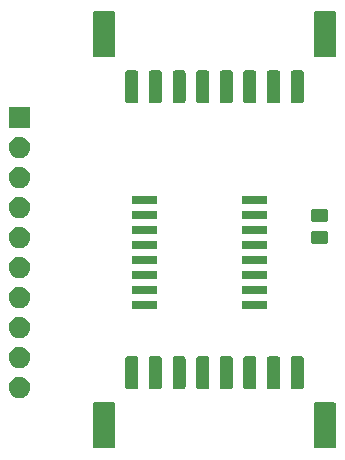
<source format=gbr>
G04 #@! TF.GenerationSoftware,KiCad,Pcbnew,5.1.5-52549c5~84~ubuntu18.04.1*
G04 #@! TF.CreationDate,2019-12-04T11:12:13-07:00*
G04 #@! TF.ProjectId,relay-shift,72656c61-792d-4736-9869-66742e6b6963,rev?*
G04 #@! TF.SameCoordinates,Original*
G04 #@! TF.FileFunction,Soldermask,Top*
G04 #@! TF.FilePolarity,Negative*
%FSLAX46Y46*%
G04 Gerber Fmt 4.6, Leading zero omitted, Abs format (unit mm)*
G04 Created by KiCad (PCBNEW 5.1.5-52549c5~84~ubuntu18.04.1) date 2019-12-04 11:12:13*
%MOMM*%
%LPD*%
G04 APERTURE LIST*
%ADD10C,0.100000*%
G04 APERTURE END LIST*
D10*
G36*
X168910915Y-88902934D02*
G01*
X168943424Y-88912795D01*
X168973382Y-88928809D01*
X168999641Y-88950359D01*
X169021191Y-88976618D01*
X169037205Y-89006576D01*
X169047066Y-89039085D01*
X169051000Y-89079029D01*
X169051000Y-92620971D01*
X169047066Y-92660915D01*
X169037205Y-92693424D01*
X169021191Y-92723382D01*
X168999641Y-92749641D01*
X168973382Y-92771191D01*
X168943424Y-92787205D01*
X168910915Y-92797066D01*
X168870971Y-92801000D01*
X167329029Y-92801000D01*
X167289085Y-92797066D01*
X167256576Y-92787205D01*
X167226618Y-92771191D01*
X167200359Y-92749641D01*
X167178809Y-92723382D01*
X167162795Y-92693424D01*
X167152934Y-92660915D01*
X167149000Y-92620971D01*
X167149000Y-89079029D01*
X167152934Y-89039085D01*
X167162795Y-89006576D01*
X167178809Y-88976618D01*
X167200359Y-88950359D01*
X167226618Y-88928809D01*
X167256576Y-88912795D01*
X167289085Y-88902934D01*
X167329029Y-88899000D01*
X168870971Y-88899000D01*
X168910915Y-88902934D01*
G37*
G36*
X150210915Y-88902934D02*
G01*
X150243424Y-88912795D01*
X150273382Y-88928809D01*
X150299641Y-88950359D01*
X150321191Y-88976618D01*
X150337205Y-89006576D01*
X150347066Y-89039085D01*
X150351000Y-89079029D01*
X150351000Y-92620971D01*
X150347066Y-92660915D01*
X150337205Y-92693424D01*
X150321191Y-92723382D01*
X150299641Y-92749641D01*
X150273382Y-92771191D01*
X150243424Y-92787205D01*
X150210915Y-92797066D01*
X150170971Y-92801000D01*
X148629029Y-92801000D01*
X148589085Y-92797066D01*
X148556576Y-92787205D01*
X148526618Y-92771191D01*
X148500359Y-92749641D01*
X148478809Y-92723382D01*
X148462795Y-92693424D01*
X148452934Y-92660915D01*
X148449000Y-92620971D01*
X148449000Y-89079029D01*
X148452934Y-89039085D01*
X148462795Y-89006576D01*
X148478809Y-88976618D01*
X148500359Y-88950359D01*
X148526618Y-88928809D01*
X148556576Y-88912795D01*
X148589085Y-88902934D01*
X148629029Y-88899000D01*
X150170971Y-88899000D01*
X150210915Y-88902934D01*
G37*
G36*
X142353512Y-86733927D02*
G01*
X142502812Y-86763624D01*
X142666784Y-86831544D01*
X142814354Y-86930147D01*
X142939853Y-87055646D01*
X143038456Y-87203216D01*
X143106376Y-87367188D01*
X143141000Y-87541259D01*
X143141000Y-87718741D01*
X143106376Y-87892812D01*
X143038456Y-88056784D01*
X142939853Y-88204354D01*
X142814354Y-88329853D01*
X142666784Y-88428456D01*
X142502812Y-88496376D01*
X142353512Y-88526073D01*
X142328742Y-88531000D01*
X142151258Y-88531000D01*
X142126488Y-88526073D01*
X141977188Y-88496376D01*
X141813216Y-88428456D01*
X141665646Y-88329853D01*
X141540147Y-88204354D01*
X141441544Y-88056784D01*
X141373624Y-87892812D01*
X141339000Y-87718741D01*
X141339000Y-87541259D01*
X141373624Y-87367188D01*
X141441544Y-87203216D01*
X141540147Y-87055646D01*
X141665646Y-86930147D01*
X141813216Y-86831544D01*
X141977188Y-86763624D01*
X142126488Y-86733927D01*
X142151258Y-86729000D01*
X142328742Y-86729000D01*
X142353512Y-86733927D01*
G37*
G36*
X160129434Y-85003686D02*
G01*
X160169284Y-85015774D01*
X160205999Y-85035399D01*
X160238186Y-85061814D01*
X160264601Y-85094001D01*
X160284226Y-85130716D01*
X160296314Y-85170566D01*
X160301000Y-85218141D01*
X160301000Y-87581859D01*
X160296314Y-87629434D01*
X160284226Y-87669284D01*
X160264601Y-87705999D01*
X160238186Y-87738186D01*
X160205999Y-87764601D01*
X160169284Y-87784226D01*
X160129434Y-87796314D01*
X160081859Y-87801000D01*
X159418141Y-87801000D01*
X159370566Y-87796314D01*
X159330716Y-87784226D01*
X159294001Y-87764601D01*
X159261814Y-87738186D01*
X159235399Y-87705999D01*
X159215774Y-87669284D01*
X159203686Y-87629434D01*
X159199000Y-87581859D01*
X159199000Y-85218141D01*
X159203686Y-85170566D01*
X159215774Y-85130716D01*
X159235399Y-85094001D01*
X159261814Y-85061814D01*
X159294001Y-85035399D01*
X159330716Y-85015774D01*
X159370566Y-85003686D01*
X159418141Y-84999000D01*
X160081859Y-84999000D01*
X160129434Y-85003686D01*
G37*
G36*
X166129434Y-85003686D02*
G01*
X166169284Y-85015774D01*
X166205999Y-85035399D01*
X166238186Y-85061814D01*
X166264601Y-85094001D01*
X166284226Y-85130716D01*
X166296314Y-85170566D01*
X166301000Y-85218141D01*
X166301000Y-87581859D01*
X166296314Y-87629434D01*
X166284226Y-87669284D01*
X166264601Y-87705999D01*
X166238186Y-87738186D01*
X166205999Y-87764601D01*
X166169284Y-87784226D01*
X166129434Y-87796314D01*
X166081859Y-87801000D01*
X165418141Y-87801000D01*
X165370566Y-87796314D01*
X165330716Y-87784226D01*
X165294001Y-87764601D01*
X165261814Y-87738186D01*
X165235399Y-87705999D01*
X165215774Y-87669284D01*
X165203686Y-87629434D01*
X165199000Y-87581859D01*
X165199000Y-85218141D01*
X165203686Y-85170566D01*
X165215774Y-85130716D01*
X165235399Y-85094001D01*
X165261814Y-85061814D01*
X165294001Y-85035399D01*
X165330716Y-85015774D01*
X165370566Y-85003686D01*
X165418141Y-84999000D01*
X166081859Y-84999000D01*
X166129434Y-85003686D01*
G37*
G36*
X164129434Y-85003686D02*
G01*
X164169284Y-85015774D01*
X164205999Y-85035399D01*
X164238186Y-85061814D01*
X164264601Y-85094001D01*
X164284226Y-85130716D01*
X164296314Y-85170566D01*
X164301000Y-85218141D01*
X164301000Y-87581859D01*
X164296314Y-87629434D01*
X164284226Y-87669284D01*
X164264601Y-87705999D01*
X164238186Y-87738186D01*
X164205999Y-87764601D01*
X164169284Y-87784226D01*
X164129434Y-87796314D01*
X164081859Y-87801000D01*
X163418141Y-87801000D01*
X163370566Y-87796314D01*
X163330716Y-87784226D01*
X163294001Y-87764601D01*
X163261814Y-87738186D01*
X163235399Y-87705999D01*
X163215774Y-87669284D01*
X163203686Y-87629434D01*
X163199000Y-87581859D01*
X163199000Y-85218141D01*
X163203686Y-85170566D01*
X163215774Y-85130716D01*
X163235399Y-85094001D01*
X163261814Y-85061814D01*
X163294001Y-85035399D01*
X163330716Y-85015774D01*
X163370566Y-85003686D01*
X163418141Y-84999000D01*
X164081859Y-84999000D01*
X164129434Y-85003686D01*
G37*
G36*
X162129434Y-85003686D02*
G01*
X162169284Y-85015774D01*
X162205999Y-85035399D01*
X162238186Y-85061814D01*
X162264601Y-85094001D01*
X162284226Y-85130716D01*
X162296314Y-85170566D01*
X162301000Y-85218141D01*
X162301000Y-87581859D01*
X162296314Y-87629434D01*
X162284226Y-87669284D01*
X162264601Y-87705999D01*
X162238186Y-87738186D01*
X162205999Y-87764601D01*
X162169284Y-87784226D01*
X162129434Y-87796314D01*
X162081859Y-87801000D01*
X161418141Y-87801000D01*
X161370566Y-87796314D01*
X161330716Y-87784226D01*
X161294001Y-87764601D01*
X161261814Y-87738186D01*
X161235399Y-87705999D01*
X161215774Y-87669284D01*
X161203686Y-87629434D01*
X161199000Y-87581859D01*
X161199000Y-85218141D01*
X161203686Y-85170566D01*
X161215774Y-85130716D01*
X161235399Y-85094001D01*
X161261814Y-85061814D01*
X161294001Y-85035399D01*
X161330716Y-85015774D01*
X161370566Y-85003686D01*
X161418141Y-84999000D01*
X162081859Y-84999000D01*
X162129434Y-85003686D01*
G37*
G36*
X158129434Y-85003686D02*
G01*
X158169284Y-85015774D01*
X158205999Y-85035399D01*
X158238186Y-85061814D01*
X158264601Y-85094001D01*
X158284226Y-85130716D01*
X158296314Y-85170566D01*
X158301000Y-85218141D01*
X158301000Y-87581859D01*
X158296314Y-87629434D01*
X158284226Y-87669284D01*
X158264601Y-87705999D01*
X158238186Y-87738186D01*
X158205999Y-87764601D01*
X158169284Y-87784226D01*
X158129434Y-87796314D01*
X158081859Y-87801000D01*
X157418141Y-87801000D01*
X157370566Y-87796314D01*
X157330716Y-87784226D01*
X157294001Y-87764601D01*
X157261814Y-87738186D01*
X157235399Y-87705999D01*
X157215774Y-87669284D01*
X157203686Y-87629434D01*
X157199000Y-87581859D01*
X157199000Y-85218141D01*
X157203686Y-85170566D01*
X157215774Y-85130716D01*
X157235399Y-85094001D01*
X157261814Y-85061814D01*
X157294001Y-85035399D01*
X157330716Y-85015774D01*
X157370566Y-85003686D01*
X157418141Y-84999000D01*
X158081859Y-84999000D01*
X158129434Y-85003686D01*
G37*
G36*
X156129434Y-85003686D02*
G01*
X156169284Y-85015774D01*
X156205999Y-85035399D01*
X156238186Y-85061814D01*
X156264601Y-85094001D01*
X156284226Y-85130716D01*
X156296314Y-85170566D01*
X156301000Y-85218141D01*
X156301000Y-87581859D01*
X156296314Y-87629434D01*
X156284226Y-87669284D01*
X156264601Y-87705999D01*
X156238186Y-87738186D01*
X156205999Y-87764601D01*
X156169284Y-87784226D01*
X156129434Y-87796314D01*
X156081859Y-87801000D01*
X155418141Y-87801000D01*
X155370566Y-87796314D01*
X155330716Y-87784226D01*
X155294001Y-87764601D01*
X155261814Y-87738186D01*
X155235399Y-87705999D01*
X155215774Y-87669284D01*
X155203686Y-87629434D01*
X155199000Y-87581859D01*
X155199000Y-85218141D01*
X155203686Y-85170566D01*
X155215774Y-85130716D01*
X155235399Y-85094001D01*
X155261814Y-85061814D01*
X155294001Y-85035399D01*
X155330716Y-85015774D01*
X155370566Y-85003686D01*
X155418141Y-84999000D01*
X156081859Y-84999000D01*
X156129434Y-85003686D01*
G37*
G36*
X154129434Y-85003686D02*
G01*
X154169284Y-85015774D01*
X154205999Y-85035399D01*
X154238186Y-85061814D01*
X154264601Y-85094001D01*
X154284226Y-85130716D01*
X154296314Y-85170566D01*
X154301000Y-85218141D01*
X154301000Y-87581859D01*
X154296314Y-87629434D01*
X154284226Y-87669284D01*
X154264601Y-87705999D01*
X154238186Y-87738186D01*
X154205999Y-87764601D01*
X154169284Y-87784226D01*
X154129434Y-87796314D01*
X154081859Y-87801000D01*
X153418141Y-87801000D01*
X153370566Y-87796314D01*
X153330716Y-87784226D01*
X153294001Y-87764601D01*
X153261814Y-87738186D01*
X153235399Y-87705999D01*
X153215774Y-87669284D01*
X153203686Y-87629434D01*
X153199000Y-87581859D01*
X153199000Y-85218141D01*
X153203686Y-85170566D01*
X153215774Y-85130716D01*
X153235399Y-85094001D01*
X153261814Y-85061814D01*
X153294001Y-85035399D01*
X153330716Y-85015774D01*
X153370566Y-85003686D01*
X153418141Y-84999000D01*
X154081859Y-84999000D01*
X154129434Y-85003686D01*
G37*
G36*
X152129434Y-85003686D02*
G01*
X152169284Y-85015774D01*
X152205999Y-85035399D01*
X152238186Y-85061814D01*
X152264601Y-85094001D01*
X152284226Y-85130716D01*
X152296314Y-85170566D01*
X152301000Y-85218141D01*
X152301000Y-87581859D01*
X152296314Y-87629434D01*
X152284226Y-87669284D01*
X152264601Y-87705999D01*
X152238186Y-87738186D01*
X152205999Y-87764601D01*
X152169284Y-87784226D01*
X152129434Y-87796314D01*
X152081859Y-87801000D01*
X151418141Y-87801000D01*
X151370566Y-87796314D01*
X151330716Y-87784226D01*
X151294001Y-87764601D01*
X151261814Y-87738186D01*
X151235399Y-87705999D01*
X151215774Y-87669284D01*
X151203686Y-87629434D01*
X151199000Y-87581859D01*
X151199000Y-85218141D01*
X151203686Y-85170566D01*
X151215774Y-85130716D01*
X151235399Y-85094001D01*
X151261814Y-85061814D01*
X151294001Y-85035399D01*
X151330716Y-85015774D01*
X151370566Y-85003686D01*
X151418141Y-84999000D01*
X152081859Y-84999000D01*
X152129434Y-85003686D01*
G37*
G36*
X142353512Y-84193927D02*
G01*
X142502812Y-84223624D01*
X142666784Y-84291544D01*
X142814354Y-84390147D01*
X142939853Y-84515646D01*
X143038456Y-84663216D01*
X143106376Y-84827188D01*
X143141000Y-85001259D01*
X143141000Y-85178741D01*
X143106376Y-85352812D01*
X143038456Y-85516784D01*
X142939853Y-85664354D01*
X142814354Y-85789853D01*
X142666784Y-85888456D01*
X142502812Y-85956376D01*
X142353512Y-85986073D01*
X142328742Y-85991000D01*
X142151258Y-85991000D01*
X142126488Y-85986073D01*
X141977188Y-85956376D01*
X141813216Y-85888456D01*
X141665646Y-85789853D01*
X141540147Y-85664354D01*
X141441544Y-85516784D01*
X141373624Y-85352812D01*
X141339000Y-85178741D01*
X141339000Y-85001259D01*
X141373624Y-84827188D01*
X141441544Y-84663216D01*
X141540147Y-84515646D01*
X141665646Y-84390147D01*
X141813216Y-84291544D01*
X141977188Y-84223624D01*
X142126488Y-84193927D01*
X142151258Y-84189000D01*
X142328742Y-84189000D01*
X142353512Y-84193927D01*
G37*
G36*
X142353512Y-81653927D02*
G01*
X142502812Y-81683624D01*
X142666784Y-81751544D01*
X142814354Y-81850147D01*
X142939853Y-81975646D01*
X143038456Y-82123216D01*
X143106376Y-82287188D01*
X143141000Y-82461259D01*
X143141000Y-82638741D01*
X143106376Y-82812812D01*
X143038456Y-82976784D01*
X142939853Y-83124354D01*
X142814354Y-83249853D01*
X142666784Y-83348456D01*
X142502812Y-83416376D01*
X142353512Y-83446073D01*
X142328742Y-83451000D01*
X142151258Y-83451000D01*
X142126488Y-83446073D01*
X141977188Y-83416376D01*
X141813216Y-83348456D01*
X141665646Y-83249853D01*
X141540147Y-83124354D01*
X141441544Y-82976784D01*
X141373624Y-82812812D01*
X141339000Y-82638741D01*
X141339000Y-82461259D01*
X141373624Y-82287188D01*
X141441544Y-82123216D01*
X141540147Y-81975646D01*
X141665646Y-81850147D01*
X141813216Y-81751544D01*
X141977188Y-81683624D01*
X142126488Y-81653927D01*
X142151258Y-81649000D01*
X142328742Y-81649000D01*
X142353512Y-81653927D01*
G37*
G36*
X163114928Y-80296764D02*
G01*
X163136009Y-80303160D01*
X163155445Y-80313548D01*
X163172476Y-80327524D01*
X163186452Y-80344555D01*
X163196840Y-80363991D01*
X163203236Y-80385072D01*
X163206000Y-80413140D01*
X163206000Y-80876860D01*
X163203236Y-80904928D01*
X163196840Y-80926009D01*
X163186452Y-80945445D01*
X163172476Y-80962476D01*
X163155445Y-80976452D01*
X163136009Y-80986840D01*
X163114928Y-80993236D01*
X163086860Y-80996000D01*
X161173140Y-80996000D01*
X161145072Y-80993236D01*
X161123991Y-80986840D01*
X161104555Y-80976452D01*
X161087524Y-80962476D01*
X161073548Y-80945445D01*
X161063160Y-80926009D01*
X161056764Y-80904928D01*
X161054000Y-80876860D01*
X161054000Y-80413140D01*
X161056764Y-80385072D01*
X161063160Y-80363991D01*
X161073548Y-80344555D01*
X161087524Y-80327524D01*
X161104555Y-80313548D01*
X161123991Y-80303160D01*
X161145072Y-80296764D01*
X161173140Y-80294000D01*
X163086860Y-80294000D01*
X163114928Y-80296764D01*
G37*
G36*
X153814928Y-80296764D02*
G01*
X153836009Y-80303160D01*
X153855445Y-80313548D01*
X153872476Y-80327524D01*
X153886452Y-80344555D01*
X153896840Y-80363991D01*
X153903236Y-80385072D01*
X153906000Y-80413140D01*
X153906000Y-80876860D01*
X153903236Y-80904928D01*
X153896840Y-80926009D01*
X153886452Y-80945445D01*
X153872476Y-80962476D01*
X153855445Y-80976452D01*
X153836009Y-80986840D01*
X153814928Y-80993236D01*
X153786860Y-80996000D01*
X151873140Y-80996000D01*
X151845072Y-80993236D01*
X151823991Y-80986840D01*
X151804555Y-80976452D01*
X151787524Y-80962476D01*
X151773548Y-80945445D01*
X151763160Y-80926009D01*
X151756764Y-80904928D01*
X151754000Y-80876860D01*
X151754000Y-80413140D01*
X151756764Y-80385072D01*
X151763160Y-80363991D01*
X151773548Y-80344555D01*
X151787524Y-80327524D01*
X151804555Y-80313548D01*
X151823991Y-80303160D01*
X151845072Y-80296764D01*
X151873140Y-80294000D01*
X153786860Y-80294000D01*
X153814928Y-80296764D01*
G37*
G36*
X142353512Y-79113927D02*
G01*
X142502812Y-79143624D01*
X142666784Y-79211544D01*
X142814354Y-79310147D01*
X142939853Y-79435646D01*
X143038456Y-79583216D01*
X143106376Y-79747188D01*
X143141000Y-79921259D01*
X143141000Y-80098741D01*
X143106376Y-80272812D01*
X143038456Y-80436784D01*
X142939853Y-80584354D01*
X142814354Y-80709853D01*
X142666784Y-80808456D01*
X142502812Y-80876376D01*
X142359268Y-80904928D01*
X142328742Y-80911000D01*
X142151258Y-80911000D01*
X142120732Y-80904928D01*
X141977188Y-80876376D01*
X141813216Y-80808456D01*
X141665646Y-80709853D01*
X141540147Y-80584354D01*
X141441544Y-80436784D01*
X141373624Y-80272812D01*
X141339000Y-80098741D01*
X141339000Y-79921259D01*
X141373624Y-79747188D01*
X141441544Y-79583216D01*
X141540147Y-79435646D01*
X141665646Y-79310147D01*
X141813216Y-79211544D01*
X141977188Y-79143624D01*
X142126488Y-79113927D01*
X142151258Y-79109000D01*
X142328742Y-79109000D01*
X142353512Y-79113927D01*
G37*
G36*
X163114928Y-79026764D02*
G01*
X163136009Y-79033160D01*
X163155445Y-79043548D01*
X163172476Y-79057524D01*
X163186452Y-79074555D01*
X163196840Y-79093991D01*
X163203236Y-79115072D01*
X163206000Y-79143140D01*
X163206000Y-79606860D01*
X163203236Y-79634928D01*
X163196840Y-79656009D01*
X163186452Y-79675445D01*
X163172476Y-79692476D01*
X163155445Y-79706452D01*
X163136009Y-79716840D01*
X163114928Y-79723236D01*
X163086860Y-79726000D01*
X161173140Y-79726000D01*
X161145072Y-79723236D01*
X161123991Y-79716840D01*
X161104555Y-79706452D01*
X161087524Y-79692476D01*
X161073548Y-79675445D01*
X161063160Y-79656009D01*
X161056764Y-79634928D01*
X161054000Y-79606860D01*
X161054000Y-79143140D01*
X161056764Y-79115072D01*
X161063160Y-79093991D01*
X161073548Y-79074555D01*
X161087524Y-79057524D01*
X161104555Y-79043548D01*
X161123991Y-79033160D01*
X161145072Y-79026764D01*
X161173140Y-79024000D01*
X163086860Y-79024000D01*
X163114928Y-79026764D01*
G37*
G36*
X153814928Y-79026764D02*
G01*
X153836009Y-79033160D01*
X153855445Y-79043548D01*
X153872476Y-79057524D01*
X153886452Y-79074555D01*
X153896840Y-79093991D01*
X153903236Y-79115072D01*
X153906000Y-79143140D01*
X153906000Y-79606860D01*
X153903236Y-79634928D01*
X153896840Y-79656009D01*
X153886452Y-79675445D01*
X153872476Y-79692476D01*
X153855445Y-79706452D01*
X153836009Y-79716840D01*
X153814928Y-79723236D01*
X153786860Y-79726000D01*
X151873140Y-79726000D01*
X151845072Y-79723236D01*
X151823991Y-79716840D01*
X151804555Y-79706452D01*
X151787524Y-79692476D01*
X151773548Y-79675445D01*
X151763160Y-79656009D01*
X151756764Y-79634928D01*
X151754000Y-79606860D01*
X151754000Y-79143140D01*
X151756764Y-79115072D01*
X151763160Y-79093991D01*
X151773548Y-79074555D01*
X151787524Y-79057524D01*
X151804555Y-79043548D01*
X151823991Y-79033160D01*
X151845072Y-79026764D01*
X151873140Y-79024000D01*
X153786860Y-79024000D01*
X153814928Y-79026764D01*
G37*
G36*
X163114928Y-77756764D02*
G01*
X163136009Y-77763160D01*
X163155445Y-77773548D01*
X163172476Y-77787524D01*
X163186452Y-77804555D01*
X163196840Y-77823991D01*
X163203236Y-77845072D01*
X163206000Y-77873140D01*
X163206000Y-78336860D01*
X163203236Y-78364928D01*
X163196840Y-78386009D01*
X163186452Y-78405445D01*
X163172476Y-78422476D01*
X163155445Y-78436452D01*
X163136009Y-78446840D01*
X163114928Y-78453236D01*
X163086860Y-78456000D01*
X161173140Y-78456000D01*
X161145072Y-78453236D01*
X161123991Y-78446840D01*
X161104555Y-78436452D01*
X161087524Y-78422476D01*
X161073548Y-78405445D01*
X161063160Y-78386009D01*
X161056764Y-78364928D01*
X161054000Y-78336860D01*
X161054000Y-77873140D01*
X161056764Y-77845072D01*
X161063160Y-77823991D01*
X161073548Y-77804555D01*
X161087524Y-77787524D01*
X161104555Y-77773548D01*
X161123991Y-77763160D01*
X161145072Y-77756764D01*
X161173140Y-77754000D01*
X163086860Y-77754000D01*
X163114928Y-77756764D01*
G37*
G36*
X153814928Y-77756764D02*
G01*
X153836009Y-77763160D01*
X153855445Y-77773548D01*
X153872476Y-77787524D01*
X153886452Y-77804555D01*
X153896840Y-77823991D01*
X153903236Y-77845072D01*
X153906000Y-77873140D01*
X153906000Y-78336860D01*
X153903236Y-78364928D01*
X153896840Y-78386009D01*
X153886452Y-78405445D01*
X153872476Y-78422476D01*
X153855445Y-78436452D01*
X153836009Y-78446840D01*
X153814928Y-78453236D01*
X153786860Y-78456000D01*
X151873140Y-78456000D01*
X151845072Y-78453236D01*
X151823991Y-78446840D01*
X151804555Y-78436452D01*
X151787524Y-78422476D01*
X151773548Y-78405445D01*
X151763160Y-78386009D01*
X151756764Y-78364928D01*
X151754000Y-78336860D01*
X151754000Y-77873140D01*
X151756764Y-77845072D01*
X151763160Y-77823991D01*
X151773548Y-77804555D01*
X151787524Y-77787524D01*
X151804555Y-77773548D01*
X151823991Y-77763160D01*
X151845072Y-77756764D01*
X151873140Y-77754000D01*
X153786860Y-77754000D01*
X153814928Y-77756764D01*
G37*
G36*
X142353512Y-76573927D02*
G01*
X142502812Y-76603624D01*
X142666784Y-76671544D01*
X142814354Y-76770147D01*
X142939853Y-76895646D01*
X143038456Y-77043216D01*
X143106376Y-77207188D01*
X143141000Y-77381259D01*
X143141000Y-77558741D01*
X143106376Y-77732812D01*
X143038456Y-77896784D01*
X142939853Y-78044354D01*
X142814354Y-78169853D01*
X142666784Y-78268456D01*
X142502812Y-78336376D01*
X142359268Y-78364928D01*
X142328742Y-78371000D01*
X142151258Y-78371000D01*
X142120732Y-78364928D01*
X141977188Y-78336376D01*
X141813216Y-78268456D01*
X141665646Y-78169853D01*
X141540147Y-78044354D01*
X141441544Y-77896784D01*
X141373624Y-77732812D01*
X141339000Y-77558741D01*
X141339000Y-77381259D01*
X141373624Y-77207188D01*
X141441544Y-77043216D01*
X141540147Y-76895646D01*
X141665646Y-76770147D01*
X141813216Y-76671544D01*
X141977188Y-76603624D01*
X142126488Y-76573927D01*
X142151258Y-76569000D01*
X142328742Y-76569000D01*
X142353512Y-76573927D01*
G37*
G36*
X153814928Y-76486764D02*
G01*
X153836009Y-76493160D01*
X153855445Y-76503548D01*
X153872476Y-76517524D01*
X153886452Y-76534555D01*
X153896840Y-76553991D01*
X153903236Y-76575072D01*
X153906000Y-76603140D01*
X153906000Y-77066860D01*
X153903236Y-77094928D01*
X153896840Y-77116009D01*
X153886452Y-77135445D01*
X153872476Y-77152476D01*
X153855445Y-77166452D01*
X153836009Y-77176840D01*
X153814928Y-77183236D01*
X153786860Y-77186000D01*
X151873140Y-77186000D01*
X151845072Y-77183236D01*
X151823991Y-77176840D01*
X151804555Y-77166452D01*
X151787524Y-77152476D01*
X151773548Y-77135445D01*
X151763160Y-77116009D01*
X151756764Y-77094928D01*
X151754000Y-77066860D01*
X151754000Y-76603140D01*
X151756764Y-76575072D01*
X151763160Y-76553991D01*
X151773548Y-76534555D01*
X151787524Y-76517524D01*
X151804555Y-76503548D01*
X151823991Y-76493160D01*
X151845072Y-76486764D01*
X151873140Y-76484000D01*
X153786860Y-76484000D01*
X153814928Y-76486764D01*
G37*
G36*
X163114928Y-76486764D02*
G01*
X163136009Y-76493160D01*
X163155445Y-76503548D01*
X163172476Y-76517524D01*
X163186452Y-76534555D01*
X163196840Y-76553991D01*
X163203236Y-76575072D01*
X163206000Y-76603140D01*
X163206000Y-77066860D01*
X163203236Y-77094928D01*
X163196840Y-77116009D01*
X163186452Y-77135445D01*
X163172476Y-77152476D01*
X163155445Y-77166452D01*
X163136009Y-77176840D01*
X163114928Y-77183236D01*
X163086860Y-77186000D01*
X161173140Y-77186000D01*
X161145072Y-77183236D01*
X161123991Y-77176840D01*
X161104555Y-77166452D01*
X161087524Y-77152476D01*
X161073548Y-77135445D01*
X161063160Y-77116009D01*
X161056764Y-77094928D01*
X161054000Y-77066860D01*
X161054000Y-76603140D01*
X161056764Y-76575072D01*
X161063160Y-76553991D01*
X161073548Y-76534555D01*
X161087524Y-76517524D01*
X161104555Y-76503548D01*
X161123991Y-76493160D01*
X161145072Y-76486764D01*
X161173140Y-76484000D01*
X163086860Y-76484000D01*
X163114928Y-76486764D01*
G37*
G36*
X163114928Y-75216764D02*
G01*
X163136009Y-75223160D01*
X163155445Y-75233548D01*
X163172476Y-75247524D01*
X163186452Y-75264555D01*
X163196840Y-75283991D01*
X163203236Y-75305072D01*
X163206000Y-75333140D01*
X163206000Y-75796860D01*
X163203236Y-75824928D01*
X163196840Y-75846009D01*
X163186452Y-75865445D01*
X163172476Y-75882476D01*
X163155445Y-75896452D01*
X163136009Y-75906840D01*
X163114928Y-75913236D01*
X163086860Y-75916000D01*
X161173140Y-75916000D01*
X161145072Y-75913236D01*
X161123991Y-75906840D01*
X161104555Y-75896452D01*
X161087524Y-75882476D01*
X161073548Y-75865445D01*
X161063160Y-75846009D01*
X161056764Y-75824928D01*
X161054000Y-75796860D01*
X161054000Y-75333140D01*
X161056764Y-75305072D01*
X161063160Y-75283991D01*
X161073548Y-75264555D01*
X161087524Y-75247524D01*
X161104555Y-75233548D01*
X161123991Y-75223160D01*
X161145072Y-75216764D01*
X161173140Y-75214000D01*
X163086860Y-75214000D01*
X163114928Y-75216764D01*
G37*
G36*
X153814928Y-75216764D02*
G01*
X153836009Y-75223160D01*
X153855445Y-75233548D01*
X153872476Y-75247524D01*
X153886452Y-75264555D01*
X153896840Y-75283991D01*
X153903236Y-75305072D01*
X153906000Y-75333140D01*
X153906000Y-75796860D01*
X153903236Y-75824928D01*
X153896840Y-75846009D01*
X153886452Y-75865445D01*
X153872476Y-75882476D01*
X153855445Y-75896452D01*
X153836009Y-75906840D01*
X153814928Y-75913236D01*
X153786860Y-75916000D01*
X151873140Y-75916000D01*
X151845072Y-75913236D01*
X151823991Y-75906840D01*
X151804555Y-75896452D01*
X151787524Y-75882476D01*
X151773548Y-75865445D01*
X151763160Y-75846009D01*
X151756764Y-75824928D01*
X151754000Y-75796860D01*
X151754000Y-75333140D01*
X151756764Y-75305072D01*
X151763160Y-75283991D01*
X151773548Y-75264555D01*
X151787524Y-75247524D01*
X151804555Y-75233548D01*
X151823991Y-75223160D01*
X151845072Y-75216764D01*
X151873140Y-75214000D01*
X153786860Y-75214000D01*
X153814928Y-75216764D01*
G37*
G36*
X142353512Y-74033927D02*
G01*
X142502812Y-74063624D01*
X142666784Y-74131544D01*
X142814354Y-74230147D01*
X142939853Y-74355646D01*
X143038456Y-74503216D01*
X143106376Y-74667188D01*
X143141000Y-74841259D01*
X143141000Y-75018741D01*
X143106376Y-75192812D01*
X143038456Y-75356784D01*
X142939853Y-75504354D01*
X142814354Y-75629853D01*
X142666784Y-75728456D01*
X142502812Y-75796376D01*
X142359268Y-75824928D01*
X142328742Y-75831000D01*
X142151258Y-75831000D01*
X142120732Y-75824928D01*
X141977188Y-75796376D01*
X141813216Y-75728456D01*
X141665646Y-75629853D01*
X141540147Y-75504354D01*
X141441544Y-75356784D01*
X141373624Y-75192812D01*
X141339000Y-75018741D01*
X141339000Y-74841259D01*
X141373624Y-74667188D01*
X141441544Y-74503216D01*
X141540147Y-74355646D01*
X141665646Y-74230147D01*
X141813216Y-74131544D01*
X141977188Y-74063624D01*
X142126488Y-74033927D01*
X142151258Y-74029000D01*
X142328742Y-74029000D01*
X142353512Y-74033927D01*
G37*
G36*
X168224468Y-74396065D02*
G01*
X168263138Y-74407796D01*
X168298777Y-74426846D01*
X168330017Y-74452483D01*
X168355654Y-74483723D01*
X168374704Y-74519362D01*
X168386435Y-74558032D01*
X168391000Y-74604388D01*
X168391000Y-75255612D01*
X168386435Y-75301968D01*
X168374704Y-75340638D01*
X168355654Y-75376277D01*
X168330017Y-75407517D01*
X168298777Y-75433154D01*
X168263138Y-75452204D01*
X168224468Y-75463935D01*
X168178112Y-75468500D01*
X167101888Y-75468500D01*
X167055532Y-75463935D01*
X167016862Y-75452204D01*
X166981223Y-75433154D01*
X166949983Y-75407517D01*
X166924346Y-75376277D01*
X166905296Y-75340638D01*
X166893565Y-75301968D01*
X166889000Y-75255612D01*
X166889000Y-74604388D01*
X166893565Y-74558032D01*
X166905296Y-74519362D01*
X166924346Y-74483723D01*
X166949983Y-74452483D01*
X166981223Y-74426846D01*
X167016862Y-74407796D01*
X167055532Y-74396065D01*
X167101888Y-74391500D01*
X168178112Y-74391500D01*
X168224468Y-74396065D01*
G37*
G36*
X153814928Y-73946764D02*
G01*
X153836009Y-73953160D01*
X153855445Y-73963548D01*
X153872476Y-73977524D01*
X153886452Y-73994555D01*
X153896840Y-74013991D01*
X153903236Y-74035072D01*
X153906000Y-74063140D01*
X153906000Y-74526860D01*
X153903236Y-74554928D01*
X153896840Y-74576009D01*
X153886452Y-74595445D01*
X153872476Y-74612476D01*
X153855445Y-74626452D01*
X153836009Y-74636840D01*
X153814928Y-74643236D01*
X153786860Y-74646000D01*
X151873140Y-74646000D01*
X151845072Y-74643236D01*
X151823991Y-74636840D01*
X151804555Y-74626452D01*
X151787524Y-74612476D01*
X151773548Y-74595445D01*
X151763160Y-74576009D01*
X151756764Y-74554928D01*
X151754000Y-74526860D01*
X151754000Y-74063140D01*
X151756764Y-74035072D01*
X151763160Y-74013991D01*
X151773548Y-73994555D01*
X151787524Y-73977524D01*
X151804555Y-73963548D01*
X151823991Y-73953160D01*
X151845072Y-73946764D01*
X151873140Y-73944000D01*
X153786860Y-73944000D01*
X153814928Y-73946764D01*
G37*
G36*
X163114928Y-73946764D02*
G01*
X163136009Y-73953160D01*
X163155445Y-73963548D01*
X163172476Y-73977524D01*
X163186452Y-73994555D01*
X163196840Y-74013991D01*
X163203236Y-74035072D01*
X163206000Y-74063140D01*
X163206000Y-74526860D01*
X163203236Y-74554928D01*
X163196840Y-74576009D01*
X163186452Y-74595445D01*
X163172476Y-74612476D01*
X163155445Y-74626452D01*
X163136009Y-74636840D01*
X163114928Y-74643236D01*
X163086860Y-74646000D01*
X161173140Y-74646000D01*
X161145072Y-74643236D01*
X161123991Y-74636840D01*
X161104555Y-74626452D01*
X161087524Y-74612476D01*
X161073548Y-74595445D01*
X161063160Y-74576009D01*
X161056764Y-74554928D01*
X161054000Y-74526860D01*
X161054000Y-74063140D01*
X161056764Y-74035072D01*
X161063160Y-74013991D01*
X161073548Y-73994555D01*
X161087524Y-73977524D01*
X161104555Y-73963548D01*
X161123991Y-73953160D01*
X161145072Y-73946764D01*
X161173140Y-73944000D01*
X163086860Y-73944000D01*
X163114928Y-73946764D01*
G37*
G36*
X168224468Y-72521065D02*
G01*
X168263138Y-72532796D01*
X168298777Y-72551846D01*
X168330017Y-72577483D01*
X168355654Y-72608723D01*
X168374704Y-72644362D01*
X168386435Y-72683032D01*
X168391000Y-72729388D01*
X168391000Y-73380612D01*
X168386435Y-73426968D01*
X168374704Y-73465638D01*
X168355654Y-73501277D01*
X168330017Y-73532517D01*
X168298777Y-73558154D01*
X168263138Y-73577204D01*
X168224468Y-73588935D01*
X168178112Y-73593500D01*
X167101888Y-73593500D01*
X167055532Y-73588935D01*
X167016862Y-73577204D01*
X166981223Y-73558154D01*
X166949983Y-73532517D01*
X166924346Y-73501277D01*
X166905296Y-73465638D01*
X166893565Y-73426968D01*
X166889000Y-73380612D01*
X166889000Y-72729388D01*
X166893565Y-72683032D01*
X166905296Y-72644362D01*
X166924346Y-72608723D01*
X166949983Y-72577483D01*
X166981223Y-72551846D01*
X167016862Y-72532796D01*
X167055532Y-72521065D01*
X167101888Y-72516500D01*
X168178112Y-72516500D01*
X168224468Y-72521065D01*
G37*
G36*
X153814928Y-72676764D02*
G01*
X153836009Y-72683160D01*
X153855445Y-72693548D01*
X153872476Y-72707524D01*
X153886452Y-72724555D01*
X153896840Y-72743991D01*
X153903236Y-72765072D01*
X153906000Y-72793140D01*
X153906000Y-73256860D01*
X153903236Y-73284928D01*
X153896840Y-73306009D01*
X153886452Y-73325445D01*
X153872476Y-73342476D01*
X153855445Y-73356452D01*
X153836009Y-73366840D01*
X153814928Y-73373236D01*
X153786860Y-73376000D01*
X151873140Y-73376000D01*
X151845072Y-73373236D01*
X151823991Y-73366840D01*
X151804555Y-73356452D01*
X151787524Y-73342476D01*
X151773548Y-73325445D01*
X151763160Y-73306009D01*
X151756764Y-73284928D01*
X151754000Y-73256860D01*
X151754000Y-72793140D01*
X151756764Y-72765072D01*
X151763160Y-72743991D01*
X151773548Y-72724555D01*
X151787524Y-72707524D01*
X151804555Y-72693548D01*
X151823991Y-72683160D01*
X151845072Y-72676764D01*
X151873140Y-72674000D01*
X153786860Y-72674000D01*
X153814928Y-72676764D01*
G37*
G36*
X163114928Y-72676764D02*
G01*
X163136009Y-72683160D01*
X163155445Y-72693548D01*
X163172476Y-72707524D01*
X163186452Y-72724555D01*
X163196840Y-72743991D01*
X163203236Y-72765072D01*
X163206000Y-72793140D01*
X163206000Y-73256860D01*
X163203236Y-73284928D01*
X163196840Y-73306009D01*
X163186452Y-73325445D01*
X163172476Y-73342476D01*
X163155445Y-73356452D01*
X163136009Y-73366840D01*
X163114928Y-73373236D01*
X163086860Y-73376000D01*
X161173140Y-73376000D01*
X161145072Y-73373236D01*
X161123991Y-73366840D01*
X161104555Y-73356452D01*
X161087524Y-73342476D01*
X161073548Y-73325445D01*
X161063160Y-73306009D01*
X161056764Y-73284928D01*
X161054000Y-73256860D01*
X161054000Y-72793140D01*
X161056764Y-72765072D01*
X161063160Y-72743991D01*
X161073548Y-72724555D01*
X161087524Y-72707524D01*
X161104555Y-72693548D01*
X161123991Y-72683160D01*
X161145072Y-72676764D01*
X161173140Y-72674000D01*
X163086860Y-72674000D01*
X163114928Y-72676764D01*
G37*
G36*
X142353512Y-71493927D02*
G01*
X142502812Y-71523624D01*
X142666784Y-71591544D01*
X142814354Y-71690147D01*
X142939853Y-71815646D01*
X143038456Y-71963216D01*
X143106376Y-72127188D01*
X143141000Y-72301259D01*
X143141000Y-72478741D01*
X143106376Y-72652812D01*
X143038456Y-72816784D01*
X142939853Y-72964354D01*
X142814354Y-73089853D01*
X142666784Y-73188456D01*
X142502812Y-73256376D01*
X142359268Y-73284928D01*
X142328742Y-73291000D01*
X142151258Y-73291000D01*
X142120732Y-73284928D01*
X141977188Y-73256376D01*
X141813216Y-73188456D01*
X141665646Y-73089853D01*
X141540147Y-72964354D01*
X141441544Y-72816784D01*
X141373624Y-72652812D01*
X141339000Y-72478741D01*
X141339000Y-72301259D01*
X141373624Y-72127188D01*
X141441544Y-71963216D01*
X141540147Y-71815646D01*
X141665646Y-71690147D01*
X141813216Y-71591544D01*
X141977188Y-71523624D01*
X142126488Y-71493927D01*
X142151258Y-71489000D01*
X142328742Y-71489000D01*
X142353512Y-71493927D01*
G37*
G36*
X163114928Y-71406764D02*
G01*
X163136009Y-71413160D01*
X163155445Y-71423548D01*
X163172476Y-71437524D01*
X163186452Y-71454555D01*
X163196840Y-71473991D01*
X163203236Y-71495072D01*
X163206000Y-71523140D01*
X163206000Y-71986860D01*
X163203236Y-72014928D01*
X163196840Y-72036009D01*
X163186452Y-72055445D01*
X163172476Y-72072476D01*
X163155445Y-72086452D01*
X163136009Y-72096840D01*
X163114928Y-72103236D01*
X163086860Y-72106000D01*
X161173140Y-72106000D01*
X161145072Y-72103236D01*
X161123991Y-72096840D01*
X161104555Y-72086452D01*
X161087524Y-72072476D01*
X161073548Y-72055445D01*
X161063160Y-72036009D01*
X161056764Y-72014928D01*
X161054000Y-71986860D01*
X161054000Y-71523140D01*
X161056764Y-71495072D01*
X161063160Y-71473991D01*
X161073548Y-71454555D01*
X161087524Y-71437524D01*
X161104555Y-71423548D01*
X161123991Y-71413160D01*
X161145072Y-71406764D01*
X161173140Y-71404000D01*
X163086860Y-71404000D01*
X163114928Y-71406764D01*
G37*
G36*
X153814928Y-71406764D02*
G01*
X153836009Y-71413160D01*
X153855445Y-71423548D01*
X153872476Y-71437524D01*
X153886452Y-71454555D01*
X153896840Y-71473991D01*
X153903236Y-71495072D01*
X153906000Y-71523140D01*
X153906000Y-71986860D01*
X153903236Y-72014928D01*
X153896840Y-72036009D01*
X153886452Y-72055445D01*
X153872476Y-72072476D01*
X153855445Y-72086452D01*
X153836009Y-72096840D01*
X153814928Y-72103236D01*
X153786860Y-72106000D01*
X151873140Y-72106000D01*
X151845072Y-72103236D01*
X151823991Y-72096840D01*
X151804555Y-72086452D01*
X151787524Y-72072476D01*
X151773548Y-72055445D01*
X151763160Y-72036009D01*
X151756764Y-72014928D01*
X151754000Y-71986860D01*
X151754000Y-71523140D01*
X151756764Y-71495072D01*
X151763160Y-71473991D01*
X151773548Y-71454555D01*
X151787524Y-71437524D01*
X151804555Y-71423548D01*
X151823991Y-71413160D01*
X151845072Y-71406764D01*
X151873140Y-71404000D01*
X153786860Y-71404000D01*
X153814928Y-71406764D01*
G37*
G36*
X142353512Y-68953927D02*
G01*
X142502812Y-68983624D01*
X142666784Y-69051544D01*
X142814354Y-69150147D01*
X142939853Y-69275646D01*
X143038456Y-69423216D01*
X143106376Y-69587188D01*
X143141000Y-69761259D01*
X143141000Y-69938741D01*
X143106376Y-70112812D01*
X143038456Y-70276784D01*
X142939853Y-70424354D01*
X142814354Y-70549853D01*
X142666784Y-70648456D01*
X142502812Y-70716376D01*
X142353512Y-70746073D01*
X142328742Y-70751000D01*
X142151258Y-70751000D01*
X142126488Y-70746073D01*
X141977188Y-70716376D01*
X141813216Y-70648456D01*
X141665646Y-70549853D01*
X141540147Y-70424354D01*
X141441544Y-70276784D01*
X141373624Y-70112812D01*
X141339000Y-69938741D01*
X141339000Y-69761259D01*
X141373624Y-69587188D01*
X141441544Y-69423216D01*
X141540147Y-69275646D01*
X141665646Y-69150147D01*
X141813216Y-69051544D01*
X141977188Y-68983624D01*
X142126488Y-68953927D01*
X142151258Y-68949000D01*
X142328742Y-68949000D01*
X142353512Y-68953927D01*
G37*
G36*
X142353512Y-66413927D02*
G01*
X142502812Y-66443624D01*
X142666784Y-66511544D01*
X142814354Y-66610147D01*
X142939853Y-66735646D01*
X143038456Y-66883216D01*
X143106376Y-67047188D01*
X143141000Y-67221259D01*
X143141000Y-67398741D01*
X143106376Y-67572812D01*
X143038456Y-67736784D01*
X142939853Y-67884354D01*
X142814354Y-68009853D01*
X142666784Y-68108456D01*
X142502812Y-68176376D01*
X142353512Y-68206073D01*
X142328742Y-68211000D01*
X142151258Y-68211000D01*
X142126488Y-68206073D01*
X141977188Y-68176376D01*
X141813216Y-68108456D01*
X141665646Y-68009853D01*
X141540147Y-67884354D01*
X141441544Y-67736784D01*
X141373624Y-67572812D01*
X141339000Y-67398741D01*
X141339000Y-67221259D01*
X141373624Y-67047188D01*
X141441544Y-66883216D01*
X141540147Y-66735646D01*
X141665646Y-66610147D01*
X141813216Y-66511544D01*
X141977188Y-66443624D01*
X142126488Y-66413927D01*
X142151258Y-66409000D01*
X142328742Y-66409000D01*
X142353512Y-66413927D01*
G37*
G36*
X143141000Y-65671000D02*
G01*
X141339000Y-65671000D01*
X141339000Y-63869000D01*
X143141000Y-63869000D01*
X143141000Y-65671000D01*
G37*
G36*
X158129434Y-60793686D02*
G01*
X158169284Y-60805774D01*
X158205999Y-60825399D01*
X158238186Y-60851814D01*
X158264601Y-60884001D01*
X158284226Y-60920716D01*
X158296314Y-60960566D01*
X158301000Y-61008141D01*
X158301000Y-63371859D01*
X158296314Y-63419434D01*
X158284226Y-63459284D01*
X158264601Y-63495999D01*
X158238186Y-63528186D01*
X158205999Y-63554601D01*
X158169284Y-63574226D01*
X158129434Y-63586314D01*
X158081859Y-63591000D01*
X157418141Y-63591000D01*
X157370566Y-63586314D01*
X157330716Y-63574226D01*
X157294001Y-63554601D01*
X157261814Y-63528186D01*
X157235399Y-63495999D01*
X157215774Y-63459284D01*
X157203686Y-63419434D01*
X157199000Y-63371859D01*
X157199000Y-61008141D01*
X157203686Y-60960566D01*
X157215774Y-60920716D01*
X157235399Y-60884001D01*
X157261814Y-60851814D01*
X157294001Y-60825399D01*
X157330716Y-60805774D01*
X157370566Y-60793686D01*
X157418141Y-60789000D01*
X158081859Y-60789000D01*
X158129434Y-60793686D01*
G37*
G36*
X160129434Y-60793686D02*
G01*
X160169284Y-60805774D01*
X160205999Y-60825399D01*
X160238186Y-60851814D01*
X160264601Y-60884001D01*
X160284226Y-60920716D01*
X160296314Y-60960566D01*
X160301000Y-61008141D01*
X160301000Y-63371859D01*
X160296314Y-63419434D01*
X160284226Y-63459284D01*
X160264601Y-63495999D01*
X160238186Y-63528186D01*
X160205999Y-63554601D01*
X160169284Y-63574226D01*
X160129434Y-63586314D01*
X160081859Y-63591000D01*
X159418141Y-63591000D01*
X159370566Y-63586314D01*
X159330716Y-63574226D01*
X159294001Y-63554601D01*
X159261814Y-63528186D01*
X159235399Y-63495999D01*
X159215774Y-63459284D01*
X159203686Y-63419434D01*
X159199000Y-63371859D01*
X159199000Y-61008141D01*
X159203686Y-60960566D01*
X159215774Y-60920716D01*
X159235399Y-60884001D01*
X159261814Y-60851814D01*
X159294001Y-60825399D01*
X159330716Y-60805774D01*
X159370566Y-60793686D01*
X159418141Y-60789000D01*
X160081859Y-60789000D01*
X160129434Y-60793686D01*
G37*
G36*
X156129434Y-60793686D02*
G01*
X156169284Y-60805774D01*
X156205999Y-60825399D01*
X156238186Y-60851814D01*
X156264601Y-60884001D01*
X156284226Y-60920716D01*
X156296314Y-60960566D01*
X156301000Y-61008141D01*
X156301000Y-63371859D01*
X156296314Y-63419434D01*
X156284226Y-63459284D01*
X156264601Y-63495999D01*
X156238186Y-63528186D01*
X156205999Y-63554601D01*
X156169284Y-63574226D01*
X156129434Y-63586314D01*
X156081859Y-63591000D01*
X155418141Y-63591000D01*
X155370566Y-63586314D01*
X155330716Y-63574226D01*
X155294001Y-63554601D01*
X155261814Y-63528186D01*
X155235399Y-63495999D01*
X155215774Y-63459284D01*
X155203686Y-63419434D01*
X155199000Y-63371859D01*
X155199000Y-61008141D01*
X155203686Y-60960566D01*
X155215774Y-60920716D01*
X155235399Y-60884001D01*
X155261814Y-60851814D01*
X155294001Y-60825399D01*
X155330716Y-60805774D01*
X155370566Y-60793686D01*
X155418141Y-60789000D01*
X156081859Y-60789000D01*
X156129434Y-60793686D01*
G37*
G36*
X154129434Y-60793686D02*
G01*
X154169284Y-60805774D01*
X154205999Y-60825399D01*
X154238186Y-60851814D01*
X154264601Y-60884001D01*
X154284226Y-60920716D01*
X154296314Y-60960566D01*
X154301000Y-61008141D01*
X154301000Y-63371859D01*
X154296314Y-63419434D01*
X154284226Y-63459284D01*
X154264601Y-63495999D01*
X154238186Y-63528186D01*
X154205999Y-63554601D01*
X154169284Y-63574226D01*
X154129434Y-63586314D01*
X154081859Y-63591000D01*
X153418141Y-63591000D01*
X153370566Y-63586314D01*
X153330716Y-63574226D01*
X153294001Y-63554601D01*
X153261814Y-63528186D01*
X153235399Y-63495999D01*
X153215774Y-63459284D01*
X153203686Y-63419434D01*
X153199000Y-63371859D01*
X153199000Y-61008141D01*
X153203686Y-60960566D01*
X153215774Y-60920716D01*
X153235399Y-60884001D01*
X153261814Y-60851814D01*
X153294001Y-60825399D01*
X153330716Y-60805774D01*
X153370566Y-60793686D01*
X153418141Y-60789000D01*
X154081859Y-60789000D01*
X154129434Y-60793686D01*
G37*
G36*
X152129434Y-60793686D02*
G01*
X152169284Y-60805774D01*
X152205999Y-60825399D01*
X152238186Y-60851814D01*
X152264601Y-60884001D01*
X152284226Y-60920716D01*
X152296314Y-60960566D01*
X152301000Y-61008141D01*
X152301000Y-63371859D01*
X152296314Y-63419434D01*
X152284226Y-63459284D01*
X152264601Y-63495999D01*
X152238186Y-63528186D01*
X152205999Y-63554601D01*
X152169284Y-63574226D01*
X152129434Y-63586314D01*
X152081859Y-63591000D01*
X151418141Y-63591000D01*
X151370566Y-63586314D01*
X151330716Y-63574226D01*
X151294001Y-63554601D01*
X151261814Y-63528186D01*
X151235399Y-63495999D01*
X151215774Y-63459284D01*
X151203686Y-63419434D01*
X151199000Y-63371859D01*
X151199000Y-61008141D01*
X151203686Y-60960566D01*
X151215774Y-60920716D01*
X151235399Y-60884001D01*
X151261814Y-60851814D01*
X151294001Y-60825399D01*
X151330716Y-60805774D01*
X151370566Y-60793686D01*
X151418141Y-60789000D01*
X152081859Y-60789000D01*
X152129434Y-60793686D01*
G37*
G36*
X162129434Y-60793686D02*
G01*
X162169284Y-60805774D01*
X162205999Y-60825399D01*
X162238186Y-60851814D01*
X162264601Y-60884001D01*
X162284226Y-60920716D01*
X162296314Y-60960566D01*
X162301000Y-61008141D01*
X162301000Y-63371859D01*
X162296314Y-63419434D01*
X162284226Y-63459284D01*
X162264601Y-63495999D01*
X162238186Y-63528186D01*
X162205999Y-63554601D01*
X162169284Y-63574226D01*
X162129434Y-63586314D01*
X162081859Y-63591000D01*
X161418141Y-63591000D01*
X161370566Y-63586314D01*
X161330716Y-63574226D01*
X161294001Y-63554601D01*
X161261814Y-63528186D01*
X161235399Y-63495999D01*
X161215774Y-63459284D01*
X161203686Y-63419434D01*
X161199000Y-63371859D01*
X161199000Y-61008141D01*
X161203686Y-60960566D01*
X161215774Y-60920716D01*
X161235399Y-60884001D01*
X161261814Y-60851814D01*
X161294001Y-60825399D01*
X161330716Y-60805774D01*
X161370566Y-60793686D01*
X161418141Y-60789000D01*
X162081859Y-60789000D01*
X162129434Y-60793686D01*
G37*
G36*
X164129434Y-60793686D02*
G01*
X164169284Y-60805774D01*
X164205999Y-60825399D01*
X164238186Y-60851814D01*
X164264601Y-60884001D01*
X164284226Y-60920716D01*
X164296314Y-60960566D01*
X164301000Y-61008141D01*
X164301000Y-63371859D01*
X164296314Y-63419434D01*
X164284226Y-63459284D01*
X164264601Y-63495999D01*
X164238186Y-63528186D01*
X164205999Y-63554601D01*
X164169284Y-63574226D01*
X164129434Y-63586314D01*
X164081859Y-63591000D01*
X163418141Y-63591000D01*
X163370566Y-63586314D01*
X163330716Y-63574226D01*
X163294001Y-63554601D01*
X163261814Y-63528186D01*
X163235399Y-63495999D01*
X163215774Y-63459284D01*
X163203686Y-63419434D01*
X163199000Y-63371859D01*
X163199000Y-61008141D01*
X163203686Y-60960566D01*
X163215774Y-60920716D01*
X163235399Y-60884001D01*
X163261814Y-60851814D01*
X163294001Y-60825399D01*
X163330716Y-60805774D01*
X163370566Y-60793686D01*
X163418141Y-60789000D01*
X164081859Y-60789000D01*
X164129434Y-60793686D01*
G37*
G36*
X166129434Y-60793686D02*
G01*
X166169284Y-60805774D01*
X166205999Y-60825399D01*
X166238186Y-60851814D01*
X166264601Y-60884001D01*
X166284226Y-60920716D01*
X166296314Y-60960566D01*
X166301000Y-61008141D01*
X166301000Y-63371859D01*
X166296314Y-63419434D01*
X166284226Y-63459284D01*
X166264601Y-63495999D01*
X166238186Y-63528186D01*
X166205999Y-63554601D01*
X166169284Y-63574226D01*
X166129434Y-63586314D01*
X166081859Y-63591000D01*
X165418141Y-63591000D01*
X165370566Y-63586314D01*
X165330716Y-63574226D01*
X165294001Y-63554601D01*
X165261814Y-63528186D01*
X165235399Y-63495999D01*
X165215774Y-63459284D01*
X165203686Y-63419434D01*
X165199000Y-63371859D01*
X165199000Y-61008141D01*
X165203686Y-60960566D01*
X165215774Y-60920716D01*
X165235399Y-60884001D01*
X165261814Y-60851814D01*
X165294001Y-60825399D01*
X165330716Y-60805774D01*
X165370566Y-60793686D01*
X165418141Y-60789000D01*
X166081859Y-60789000D01*
X166129434Y-60793686D01*
G37*
G36*
X150210915Y-55792934D02*
G01*
X150243424Y-55802795D01*
X150273382Y-55818809D01*
X150299641Y-55840359D01*
X150321191Y-55866618D01*
X150337205Y-55896576D01*
X150347066Y-55929085D01*
X150351000Y-55969029D01*
X150351000Y-59510971D01*
X150347066Y-59550915D01*
X150337205Y-59583424D01*
X150321191Y-59613382D01*
X150299641Y-59639641D01*
X150273382Y-59661191D01*
X150243424Y-59677205D01*
X150210915Y-59687066D01*
X150170971Y-59691000D01*
X148629029Y-59691000D01*
X148589085Y-59687066D01*
X148556576Y-59677205D01*
X148526618Y-59661191D01*
X148500359Y-59639641D01*
X148478809Y-59613382D01*
X148462795Y-59583424D01*
X148452934Y-59550915D01*
X148449000Y-59510971D01*
X148449000Y-55969029D01*
X148452934Y-55929085D01*
X148462795Y-55896576D01*
X148478809Y-55866618D01*
X148500359Y-55840359D01*
X148526618Y-55818809D01*
X148556576Y-55802795D01*
X148589085Y-55792934D01*
X148629029Y-55789000D01*
X150170971Y-55789000D01*
X150210915Y-55792934D01*
G37*
G36*
X168910915Y-55792934D02*
G01*
X168943424Y-55802795D01*
X168973382Y-55818809D01*
X168999641Y-55840359D01*
X169021191Y-55866618D01*
X169037205Y-55896576D01*
X169047066Y-55929085D01*
X169051000Y-55969029D01*
X169051000Y-59510971D01*
X169047066Y-59550915D01*
X169037205Y-59583424D01*
X169021191Y-59613382D01*
X168999641Y-59639641D01*
X168973382Y-59661191D01*
X168943424Y-59677205D01*
X168910915Y-59687066D01*
X168870971Y-59691000D01*
X167329029Y-59691000D01*
X167289085Y-59687066D01*
X167256576Y-59677205D01*
X167226618Y-59661191D01*
X167200359Y-59639641D01*
X167178809Y-59613382D01*
X167162795Y-59583424D01*
X167152934Y-59550915D01*
X167149000Y-59510971D01*
X167149000Y-55969029D01*
X167152934Y-55929085D01*
X167162795Y-55896576D01*
X167178809Y-55866618D01*
X167200359Y-55840359D01*
X167226618Y-55818809D01*
X167256576Y-55802795D01*
X167289085Y-55792934D01*
X167329029Y-55789000D01*
X168870971Y-55789000D01*
X168910915Y-55792934D01*
G37*
M02*

</source>
